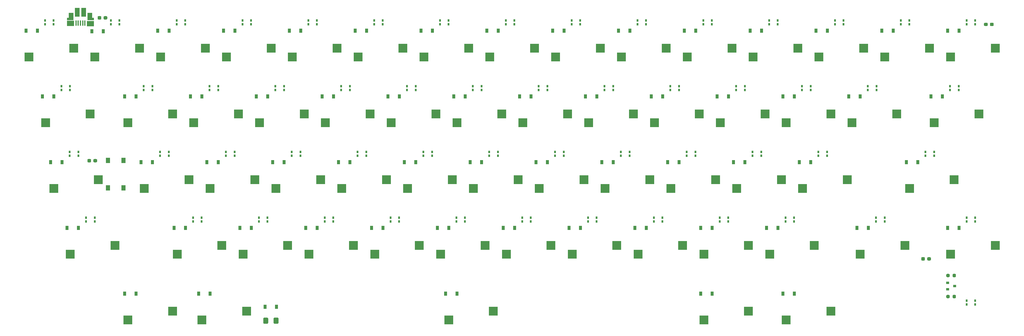
<source format=gbr>
%TF.GenerationSoftware,KiCad,Pcbnew,(5.1.9)-1*%
%TF.CreationDate,2021-10-24T15:32:31+09:00*%
%TF.ProjectId,main2,6d61696e-322e-46b6-9963-61645f706362,2*%
%TF.SameCoordinates,Original*%
%TF.FileFunction,Paste,Bot*%
%TF.FilePolarity,Positive*%
%FSLAX46Y46*%
G04 Gerber Fmt 4.6, Leading zero omitted, Abs format (unit mm)*
G04 Created by KiCad (PCBNEW (5.1.9)-1) date 2021-10-24 15:32:31*
%MOMM*%
%LPD*%
G01*
G04 APERTURE LIST*
%ADD10R,2.550000X2.500000*%
%ADD11R,0.900000X1.200000*%
%ADD12R,1.300000X1.550000*%
%ADD13R,0.900000X0.800000*%
%ADD14R,0.600000X0.700000*%
%ADD15R,1.350000X2.000000*%
%ADD16R,1.825000X0.700000*%
%ADD17R,2.000000X1.500000*%
%ADD18R,0.400000X1.650000*%
%ADD19R,1.430000X2.500000*%
G04 APERTURE END LIST*
D10*
%TO.C,KSW28*%
X324360000Y-130800000D03*
X311433000Y-133340000D03*
%TD*%
%TO.C,KSW59*%
X281497000Y-187950000D03*
X268570000Y-190490000D03*
%TD*%
%TO.C,C4*%
G36*
G01*
X351376000Y-105063500D02*
X351376000Y-104588500D01*
G75*
G02*
X351613500Y-104351000I237500J0D01*
G01*
X352213500Y-104351000D01*
G75*
G02*
X352451000Y-104588500I0J-237500D01*
G01*
X352451000Y-105063500D01*
G75*
G02*
X352213500Y-105301000I-237500J0D01*
G01*
X351613500Y-105301000D01*
G75*
G02*
X351376000Y-105063500I0J237500D01*
G01*
G37*
G36*
G01*
X349651000Y-105063500D02*
X349651000Y-104588500D01*
G75*
G02*
X349888500Y-104351000I237500J0D01*
G01*
X350488500Y-104351000D01*
G75*
G02*
X350726000Y-104588500I0J-237500D01*
G01*
X350726000Y-105063500D01*
G75*
G02*
X350488500Y-105301000I-237500J0D01*
G01*
X349888500Y-105301000D01*
G75*
G02*
X349651000Y-105063500I0J237500D01*
G01*
G37*
%TD*%
%TO.C,C3*%
G36*
G01*
X91915000Y-144560500D02*
X91915000Y-144085500D01*
G75*
G02*
X92152500Y-143848000I237500J0D01*
G01*
X92752500Y-143848000D01*
G75*
G02*
X92990000Y-144085500I0J-237500D01*
G01*
X92990000Y-144560500D01*
G75*
G02*
X92752500Y-144798000I-237500J0D01*
G01*
X92152500Y-144798000D01*
G75*
G02*
X91915000Y-144560500I0J237500D01*
G01*
G37*
G36*
G01*
X90190000Y-144560500D02*
X90190000Y-144085500D01*
G75*
G02*
X90427500Y-143848000I237500J0D01*
G01*
X91027500Y-143848000D01*
G75*
G02*
X91265000Y-144085500I0J-237500D01*
G01*
X91265000Y-144560500D01*
G75*
G02*
X91027500Y-144798000I-237500J0D01*
G01*
X90427500Y-144798000D01*
G75*
G02*
X90190000Y-144560500I0J237500D01*
G01*
G37*
%TD*%
%TO.C,F1*%
G36*
G01*
X142504000Y-190053000D02*
X142504000Y-191303000D01*
G75*
G02*
X142254000Y-191553000I-250000J0D01*
G01*
X141329000Y-191553000D01*
G75*
G02*
X141079000Y-191303000I0J250000D01*
G01*
X141079000Y-190053000D01*
G75*
G02*
X141329000Y-189803000I250000J0D01*
G01*
X142254000Y-189803000D01*
G75*
G02*
X142504000Y-190053000I0J-250000D01*
G01*
G37*
G36*
G01*
X145479000Y-190053000D02*
X145479000Y-191303000D01*
G75*
G02*
X145229000Y-191553000I-250000J0D01*
G01*
X144304000Y-191553000D01*
G75*
G02*
X144054000Y-191303000I0J250000D01*
G01*
X144054000Y-190053000D01*
G75*
G02*
X144304000Y-189803000I250000J0D01*
G01*
X145229000Y-189803000D01*
G75*
G02*
X145479000Y-190053000I0J-250000D01*
G01*
G37*
%TD*%
D11*
%TO.C,DS1*%
X141629000Y-186614000D03*
X144929000Y-186614000D03*
%TD*%
%TO.C,C2*%
G36*
G01*
X94212500Y-102683500D02*
X94212500Y-103158500D01*
G75*
G02*
X93975000Y-103396000I-237500J0D01*
G01*
X93375000Y-103396000D01*
G75*
G02*
X93137500Y-103158500I0J237500D01*
G01*
X93137500Y-102683500D01*
G75*
G02*
X93375000Y-102446000I237500J0D01*
G01*
X93975000Y-102446000D01*
G75*
G02*
X94212500Y-102683500I0J-237500D01*
G01*
G37*
G36*
G01*
X95937500Y-102683500D02*
X95937500Y-103158500D01*
G75*
G02*
X95700000Y-103396000I-237500J0D01*
G01*
X95100000Y-103396000D01*
G75*
G02*
X94862500Y-103158500I0J237500D01*
G01*
X94862500Y-102683500D01*
G75*
G02*
X95100000Y-102446000I237500J0D01*
G01*
X95700000Y-102446000D01*
G75*
G02*
X95937500Y-102683500I0J-237500D01*
G01*
G37*
%TD*%
%TO.C,C1*%
G36*
G01*
X333215000Y-173008500D02*
X333215000Y-172533500D01*
G75*
G02*
X333452500Y-172296000I237500J0D01*
G01*
X334052500Y-172296000D01*
G75*
G02*
X334290000Y-172533500I0J-237500D01*
G01*
X334290000Y-173008500D01*
G75*
G02*
X334052500Y-173246000I-237500J0D01*
G01*
X333452500Y-173246000D01*
G75*
G02*
X333215000Y-173008500I0J237500D01*
G01*
G37*
G36*
G01*
X331490000Y-173008500D02*
X331490000Y-172533500D01*
G75*
G02*
X331727500Y-172296000I237500J0D01*
G01*
X332327500Y-172296000D01*
G75*
G02*
X332565000Y-172533500I0J-237500D01*
G01*
X332565000Y-173008500D01*
G75*
G02*
X332327500Y-173246000I-237500J0D01*
G01*
X331727500Y-173246000D01*
G75*
G02*
X331490000Y-173008500I0J237500D01*
G01*
G37*
%TD*%
D12*
%TO.C,RSW1*%
X96150000Y-144225000D03*
X100650000Y-144225000D03*
X100650000Y-152175000D03*
X96150000Y-152175000D03*
%TD*%
%TO.C,R2*%
G36*
G01*
X340554000Y-183930500D02*
X340554000Y-183455500D01*
G75*
G02*
X340791500Y-183218000I237500J0D01*
G01*
X341291500Y-183218000D01*
G75*
G02*
X341529000Y-183455500I0J-237500D01*
G01*
X341529000Y-183930500D01*
G75*
G02*
X341291500Y-184168000I-237500J0D01*
G01*
X340791500Y-184168000D01*
G75*
G02*
X340554000Y-183930500I0J237500D01*
G01*
G37*
G36*
G01*
X338729000Y-183930500D02*
X338729000Y-183455500D01*
G75*
G02*
X338966500Y-183218000I237500J0D01*
G01*
X339466500Y-183218000D01*
G75*
G02*
X339704000Y-183455500I0J-237500D01*
G01*
X339704000Y-183930500D01*
G75*
G02*
X339466500Y-184168000I-237500J0D01*
G01*
X338966500Y-184168000D01*
G75*
G02*
X338729000Y-183930500I0J237500D01*
G01*
G37*
%TD*%
%TO.C,R1*%
G36*
G01*
X339704000Y-177359500D02*
X339704000Y-177834500D01*
G75*
G02*
X339466500Y-178072000I-237500J0D01*
G01*
X338966500Y-178072000D01*
G75*
G02*
X338729000Y-177834500I0J237500D01*
G01*
X338729000Y-177359500D01*
G75*
G02*
X338966500Y-177122000I237500J0D01*
G01*
X339466500Y-177122000D01*
G75*
G02*
X339704000Y-177359500I0J-237500D01*
G01*
G37*
G36*
G01*
X341529000Y-177359500D02*
X341529000Y-177834500D01*
G75*
G02*
X341291500Y-178072000I-237500J0D01*
G01*
X340791500Y-178072000D01*
G75*
G02*
X340554000Y-177834500I0J237500D01*
G01*
X340554000Y-177359500D01*
G75*
G02*
X340791500Y-177122000I237500J0D01*
G01*
X341291500Y-177122000D01*
G75*
G02*
X341529000Y-177359500I0J-237500D01*
G01*
G37*
%TD*%
D13*
%TO.C,Q1*%
X341129000Y-180645000D03*
X339129000Y-179695000D03*
X339129000Y-181595000D03*
%TD*%
D14*
%TO.C,LED56*%
X344600000Y-103700000D03*
X344600000Y-104800000D03*
X347100000Y-104800000D03*
X347100000Y-103700000D03*
%TD*%
%TO.C,LED55*%
X325550000Y-103700000D03*
X325550000Y-104800000D03*
X328050000Y-104800000D03*
X328050000Y-103700000D03*
%TD*%
%TO.C,LED54*%
X306500000Y-103700000D03*
X306500000Y-104800000D03*
X309000000Y-104800000D03*
X309000000Y-103700000D03*
%TD*%
%TO.C,LED53*%
X287450000Y-103700000D03*
X287450000Y-104800000D03*
X289950000Y-104800000D03*
X289950000Y-103700000D03*
%TD*%
%TO.C,LED52*%
X268400000Y-103700000D03*
X268400000Y-104800000D03*
X270900000Y-104800000D03*
X270900000Y-103700000D03*
%TD*%
%TO.C,LED51*%
X249350000Y-103700000D03*
X249350000Y-104800000D03*
X251850000Y-104800000D03*
X251850000Y-103700000D03*
%TD*%
%TO.C,LED50*%
X230300000Y-103700000D03*
X230300000Y-104800000D03*
X232800000Y-104800000D03*
X232800000Y-103700000D03*
%TD*%
%TO.C,LED49*%
X211250000Y-103700000D03*
X211250000Y-104800000D03*
X213750000Y-104800000D03*
X213750000Y-103700000D03*
%TD*%
%TO.C,LED48*%
X192200000Y-103700000D03*
X192200000Y-104800000D03*
X194700000Y-104800000D03*
X194700000Y-103700000D03*
%TD*%
%TO.C,LED47*%
X173150000Y-103700000D03*
X173150000Y-104800000D03*
X175650000Y-104800000D03*
X175650000Y-103700000D03*
%TD*%
%TO.C,LED46*%
X154100000Y-103700000D03*
X154100000Y-104800000D03*
X156600000Y-104800000D03*
X156600000Y-103700000D03*
%TD*%
%TO.C,LED45*%
X135050000Y-103700000D03*
X135050000Y-104800000D03*
X137550000Y-104800000D03*
X137550000Y-103700000D03*
%TD*%
%TO.C,LED44*%
X116000000Y-103700000D03*
X116000000Y-104800000D03*
X118500000Y-104800000D03*
X118500000Y-103700000D03*
%TD*%
%TO.C,LED43*%
X96950000Y-103700000D03*
X96950000Y-104800000D03*
X99450000Y-104800000D03*
X99450000Y-103700000D03*
%TD*%
%TO.C,LED42*%
X77900000Y-103700000D03*
X77900000Y-104800000D03*
X80400000Y-104800000D03*
X80400000Y-103700000D03*
%TD*%
%TO.C,LED41*%
X85162500Y-123850000D03*
X85162500Y-122750000D03*
X82662500Y-122750000D03*
X82662500Y-123850000D03*
%TD*%
%TO.C,LED40*%
X108975000Y-123850000D03*
X108975000Y-122750000D03*
X106475000Y-122750000D03*
X106475000Y-123850000D03*
%TD*%
%TO.C,LED39*%
X128025000Y-123850000D03*
X128025000Y-122750000D03*
X125525000Y-122750000D03*
X125525000Y-123850000D03*
%TD*%
%TO.C,LED38*%
X147075000Y-123850000D03*
X147075000Y-122750000D03*
X144575000Y-122750000D03*
X144575000Y-123850000D03*
%TD*%
%TO.C,LED37*%
X166125000Y-123850000D03*
X166125000Y-122750000D03*
X163625000Y-122750000D03*
X163625000Y-123850000D03*
%TD*%
%TO.C,LED36*%
X185175000Y-123850000D03*
X185175000Y-122750000D03*
X182675000Y-122750000D03*
X182675000Y-123850000D03*
%TD*%
%TO.C,LED35*%
X204225000Y-123850000D03*
X204225000Y-122750000D03*
X201725000Y-122750000D03*
X201725000Y-123850000D03*
%TD*%
%TO.C,LED34*%
X223275000Y-123850000D03*
X223275000Y-122750000D03*
X220775000Y-122750000D03*
X220775000Y-123850000D03*
%TD*%
%TO.C,LED33*%
X242325000Y-123850000D03*
X242325000Y-122750000D03*
X239825000Y-122750000D03*
X239825000Y-123850000D03*
%TD*%
%TO.C,LED32*%
X261375000Y-123850000D03*
X261375000Y-122750000D03*
X258875000Y-122750000D03*
X258875000Y-123850000D03*
%TD*%
%TO.C,LED31*%
X280425000Y-123850000D03*
X280425000Y-122750000D03*
X277925000Y-122750000D03*
X277925000Y-123850000D03*
%TD*%
%TO.C,LED30*%
X299475000Y-123850000D03*
X299475000Y-122750000D03*
X296975000Y-122750000D03*
X296975000Y-123850000D03*
%TD*%
%TO.C,LED29*%
X318525000Y-123850000D03*
X318525000Y-122750000D03*
X316025000Y-122750000D03*
X316025000Y-123850000D03*
%TD*%
%TO.C,LED28*%
X342338000Y-123850000D03*
X342338000Y-122750000D03*
X339838000Y-122750000D03*
X339838000Y-123850000D03*
%TD*%
%TO.C,LED27*%
X332694000Y-141800000D03*
X332694000Y-142900000D03*
X335194000Y-142900000D03*
X335194000Y-141800000D03*
%TD*%
%TO.C,LED26*%
X301738000Y-141800000D03*
X301738000Y-142900000D03*
X304238000Y-142900000D03*
X304238000Y-141800000D03*
%TD*%
%TO.C,LED25*%
X282688000Y-141800000D03*
X282688000Y-142900000D03*
X285188000Y-142900000D03*
X285188000Y-141800000D03*
%TD*%
%TO.C,LED24*%
X263638000Y-141800000D03*
X263638000Y-142900000D03*
X266138000Y-142900000D03*
X266138000Y-141800000D03*
%TD*%
%TO.C,LED23*%
X244588000Y-141800000D03*
X244588000Y-142900000D03*
X247088000Y-142900000D03*
X247088000Y-141800000D03*
%TD*%
%TO.C,LED22*%
X225538000Y-141800000D03*
X225538000Y-142900000D03*
X228038000Y-142900000D03*
X228038000Y-141800000D03*
%TD*%
%TO.C,LED21*%
X206488000Y-141800000D03*
X206488000Y-142900000D03*
X208988000Y-142900000D03*
X208988000Y-141800000D03*
%TD*%
%TO.C,LED20*%
X187438000Y-141800000D03*
X187438000Y-142900000D03*
X189938000Y-142900000D03*
X189938000Y-141800000D03*
%TD*%
%TO.C,LED19*%
X168388000Y-141800000D03*
X168388000Y-142900000D03*
X170888000Y-142900000D03*
X170888000Y-141800000D03*
%TD*%
%TO.C,LED18*%
X149338000Y-141800000D03*
X149338000Y-142900000D03*
X151838000Y-142900000D03*
X151838000Y-141800000D03*
%TD*%
%TO.C,LED17*%
X130288000Y-141800000D03*
X130288000Y-142900000D03*
X132788000Y-142900000D03*
X132788000Y-141800000D03*
%TD*%
%TO.C,LED16*%
X111238000Y-141800000D03*
X111238000Y-142900000D03*
X113738000Y-142900000D03*
X113738000Y-141800000D03*
%TD*%
%TO.C,LED15*%
X85043800Y-141800000D03*
X85043800Y-142900000D03*
X87543800Y-142900000D03*
X87543800Y-141800000D03*
%TD*%
%TO.C,LED14*%
X92306200Y-161950000D03*
X92306200Y-160850000D03*
X89806200Y-160850000D03*
X89806200Y-161950000D03*
%TD*%
%TO.C,LED13*%
X123262000Y-161950000D03*
X123262000Y-160850000D03*
X120762000Y-160850000D03*
X120762000Y-161950000D03*
%TD*%
%TO.C,LED12*%
X142312000Y-161950000D03*
X142312000Y-160850000D03*
X139812000Y-160850000D03*
X139812000Y-161950000D03*
%TD*%
%TO.C,LED11*%
X161362000Y-161950000D03*
X161362000Y-160850000D03*
X158862000Y-160850000D03*
X158862000Y-161950000D03*
%TD*%
%TO.C,LED10*%
X180412000Y-161950000D03*
X180412000Y-160850000D03*
X177912000Y-160850000D03*
X177912000Y-161950000D03*
%TD*%
%TO.C,LED9*%
X199462000Y-161950000D03*
X199462000Y-160850000D03*
X196962000Y-160850000D03*
X196962000Y-161950000D03*
%TD*%
%TO.C,LED8*%
X218512000Y-161950000D03*
X218512000Y-160850000D03*
X216012000Y-160850000D03*
X216012000Y-161950000D03*
%TD*%
%TO.C,LED7*%
X237562000Y-161950000D03*
X237562000Y-160850000D03*
X235062000Y-160850000D03*
X235062000Y-161950000D03*
%TD*%
%TO.C,LED6*%
X256612000Y-161950000D03*
X256612000Y-160850000D03*
X254112000Y-160850000D03*
X254112000Y-161950000D03*
%TD*%
%TO.C,LED5*%
X275662000Y-161950000D03*
X275662000Y-160850000D03*
X273162000Y-160850000D03*
X273162000Y-161950000D03*
%TD*%
%TO.C,LED4*%
X294712000Y-161950000D03*
X294712000Y-160850000D03*
X292212000Y-160850000D03*
X292212000Y-161950000D03*
%TD*%
%TO.C,LED3*%
X320906000Y-161950000D03*
X320906000Y-160850000D03*
X318406000Y-160850000D03*
X318406000Y-161950000D03*
%TD*%
%TO.C,LED2*%
X347100000Y-161950000D03*
X347100000Y-160850000D03*
X344600000Y-160850000D03*
X344600000Y-161950000D03*
%TD*%
%TO.C,LED1*%
X344601000Y-184860000D03*
X344601000Y-185960000D03*
X347101000Y-185960000D03*
X347101000Y-184860000D03*
%TD*%
D10*
%TO.C,KSW60*%
X305310000Y-187950000D03*
X292383000Y-190490000D03*
%TD*%
%TO.C,KSW58*%
X207679000Y-187950000D03*
X194752000Y-190490000D03*
%TD*%
%TO.C,KSW57*%
X136241000Y-187950000D03*
X123314000Y-190490000D03*
%TD*%
%TO.C,KSW56*%
X114810000Y-187950000D03*
X101883000Y-190490000D03*
%TD*%
%TO.C,KSW55*%
X352935000Y-168900000D03*
X340008000Y-171440000D03*
%TD*%
%TO.C,KSW54*%
X326741000Y-168900000D03*
X313814000Y-171440000D03*
%TD*%
%TO.C,KSW53*%
X300547000Y-168900000D03*
X287620000Y-171440000D03*
%TD*%
%TO.C,KSW52*%
X281497000Y-168900000D03*
X268570000Y-171440000D03*
%TD*%
%TO.C,KSW51*%
X262447000Y-168900000D03*
X249520000Y-171440000D03*
%TD*%
%TO.C,KSW50*%
X243397000Y-168900000D03*
X230470000Y-171440000D03*
%TD*%
%TO.C,KSW49*%
X224347000Y-168900000D03*
X211420000Y-171440000D03*
%TD*%
%TO.C,KSW48*%
X205297000Y-168900000D03*
X192370000Y-171440000D03*
%TD*%
%TO.C,KSW47*%
X186247000Y-168900000D03*
X173320000Y-171440000D03*
%TD*%
%TO.C,KSW46*%
X167197000Y-168900000D03*
X154270000Y-171440000D03*
%TD*%
%TO.C,KSW45*%
X148147000Y-168900000D03*
X135220000Y-171440000D03*
%TD*%
%TO.C,KSW44*%
X129097000Y-168900000D03*
X116170000Y-171440000D03*
%TD*%
%TO.C,KSW43*%
X98141200Y-168900000D03*
X85214200Y-171440000D03*
%TD*%
%TO.C,KSW42*%
X341029000Y-149850000D03*
X328102000Y-152390000D03*
%TD*%
%TO.C,KSW41*%
X310073000Y-149850000D03*
X297146000Y-152390000D03*
%TD*%
%TO.C,KSW40*%
X291023000Y-149850000D03*
X278096000Y-152390000D03*
%TD*%
%TO.C,KSW39*%
X271973000Y-149850000D03*
X259046000Y-152390000D03*
%TD*%
%TO.C,KSW38*%
X252923000Y-149850000D03*
X239996000Y-152390000D03*
%TD*%
%TO.C,KSW37*%
X233873000Y-149850000D03*
X220946000Y-152390000D03*
%TD*%
%TO.C,KSW36*%
X214823000Y-149850000D03*
X201896000Y-152390000D03*
%TD*%
%TO.C,KSW35*%
X195773000Y-149850000D03*
X182846000Y-152390000D03*
%TD*%
%TO.C,KSW34*%
X176723000Y-149850000D03*
X163796000Y-152390000D03*
%TD*%
%TO.C,KSW33*%
X157673000Y-149850000D03*
X144746000Y-152390000D03*
%TD*%
%TO.C,KSW32*%
X138623000Y-149850000D03*
X125696000Y-152390000D03*
%TD*%
%TO.C,KSW31*%
X119573000Y-149850000D03*
X106646000Y-152390000D03*
%TD*%
%TO.C,KSW30*%
X93378800Y-149850000D03*
X80451800Y-152390000D03*
%TD*%
%TO.C,KSW29*%
X348173000Y-130800000D03*
X335246000Y-133340000D03*
%TD*%
%TO.C,KSW27*%
X305310000Y-130800000D03*
X292383000Y-133340000D03*
%TD*%
%TO.C,KSW26*%
X286260000Y-130800000D03*
X273333000Y-133340000D03*
%TD*%
%TO.C,KSW25*%
X267210000Y-130800000D03*
X254283000Y-133340000D03*
%TD*%
%TO.C,KSW24*%
X248160000Y-130800000D03*
X235233000Y-133340000D03*
%TD*%
%TO.C,KSW23*%
X229110000Y-130800000D03*
X216183000Y-133340000D03*
%TD*%
%TO.C,KSW22*%
X210060000Y-130800000D03*
X197133000Y-133340000D03*
%TD*%
%TO.C,KSW21*%
X191010000Y-130800000D03*
X178083000Y-133340000D03*
%TD*%
%TO.C,KSW20*%
X171960000Y-130800000D03*
X159033000Y-133340000D03*
%TD*%
%TO.C,KSW19*%
X152910000Y-130800000D03*
X139983000Y-133340000D03*
%TD*%
%TO.C,KSW18*%
X133860000Y-130800000D03*
X120933000Y-133340000D03*
%TD*%
%TO.C,KSW17*%
X114810000Y-130800000D03*
X101883000Y-133340000D03*
%TD*%
%TO.C,KSW16*%
X90997500Y-130800000D03*
X78070500Y-133340000D03*
%TD*%
%TO.C,KSW15*%
X352935000Y-111750000D03*
X340008000Y-114290000D03*
%TD*%
%TO.C,KSW14*%
X333885000Y-111750000D03*
X320958000Y-114290000D03*
%TD*%
%TO.C,KSW13*%
X314835000Y-111750000D03*
X301908000Y-114290000D03*
%TD*%
%TO.C,KSW12*%
X295785000Y-111750000D03*
X282858000Y-114290000D03*
%TD*%
%TO.C,KSW11*%
X276735000Y-111750000D03*
X263808000Y-114290000D03*
%TD*%
%TO.C,KSW10*%
X257685000Y-111750000D03*
X244758000Y-114290000D03*
%TD*%
%TO.C,KSW9*%
X238635000Y-111750000D03*
X225708000Y-114290000D03*
%TD*%
%TO.C,KSW8*%
X219585000Y-111750000D03*
X206658000Y-114290000D03*
%TD*%
%TO.C,KSW7*%
X200535000Y-111750000D03*
X187608000Y-114290000D03*
%TD*%
%TO.C,KSW6*%
X181485000Y-111750000D03*
X168558000Y-114290000D03*
%TD*%
%TO.C,KSW5*%
X162435000Y-111750000D03*
X149508000Y-114290000D03*
%TD*%
%TO.C,KSW4*%
X143385000Y-111750000D03*
X130458000Y-114290000D03*
%TD*%
%TO.C,KSW3*%
X124335000Y-111750000D03*
X111408000Y-114290000D03*
%TD*%
%TO.C,KSW2*%
X105285000Y-111750000D03*
X92358000Y-114290000D03*
%TD*%
%TO.C,KSW1*%
X86235000Y-111750000D03*
X73308000Y-114290000D03*
%TD*%
D15*
%TO.C,J1*%
X90925000Y-102515000D03*
X85445000Y-102515000D03*
D16*
X85225000Y-103265000D03*
X91175000Y-103265000D03*
D17*
X85325000Y-104565000D03*
X91075000Y-104585000D03*
D18*
X86875000Y-104465000D03*
X87525000Y-104465000D03*
X88175000Y-104465000D03*
X88825000Y-104465000D03*
X89475000Y-104465000D03*
D19*
X87215000Y-101315000D03*
X89135000Y-101315000D03*
%TD*%
D11*
%TO.C,D60*%
X291475000Y-182810000D03*
X294775000Y-182810000D03*
%TD*%
%TO.C,D59*%
X267662000Y-182810000D03*
X270962000Y-182810000D03*
%TD*%
%TO.C,D58*%
X193844000Y-182810000D03*
X197144000Y-182810000D03*
%TD*%
%TO.C,D57*%
X122406000Y-182810000D03*
X125706000Y-182810000D03*
%TD*%
%TO.C,D56*%
X100975000Y-182810000D03*
X104275000Y-182810000D03*
%TD*%
%TO.C,D55*%
X339100000Y-163760000D03*
X342400000Y-163760000D03*
%TD*%
%TO.C,D54*%
X312906000Y-163760000D03*
X316206000Y-163760000D03*
%TD*%
%TO.C,D53*%
X286712000Y-163760000D03*
X290012000Y-163760000D03*
%TD*%
%TO.C,D52*%
X267662000Y-163760000D03*
X270962000Y-163760000D03*
%TD*%
%TO.C,D51*%
X248612000Y-163760000D03*
X251912000Y-163760000D03*
%TD*%
%TO.C,D50*%
X229562000Y-163760000D03*
X232862000Y-163760000D03*
%TD*%
%TO.C,D49*%
X210512000Y-163760000D03*
X213812000Y-163760000D03*
%TD*%
%TO.C,D48*%
X191462000Y-163760000D03*
X194762000Y-163760000D03*
%TD*%
%TO.C,D47*%
X172412000Y-163760000D03*
X175712000Y-163760000D03*
%TD*%
%TO.C,D46*%
X153362000Y-163760000D03*
X156662000Y-163760000D03*
%TD*%
%TO.C,D45*%
X134312000Y-163760000D03*
X137612000Y-163760000D03*
%TD*%
%TO.C,D44*%
X115262000Y-163760000D03*
X118562000Y-163760000D03*
%TD*%
%TO.C,D43*%
X84306200Y-163760000D03*
X87606200Y-163760000D03*
%TD*%
%TO.C,D42*%
X327194000Y-144710000D03*
X330494000Y-144710000D03*
%TD*%
%TO.C,D41*%
X296238000Y-144710000D03*
X299538000Y-144710000D03*
%TD*%
%TO.C,D40*%
X277188000Y-144710000D03*
X280488000Y-144710000D03*
%TD*%
%TO.C,D39*%
X258138000Y-144710000D03*
X261438000Y-144710000D03*
%TD*%
%TO.C,D38*%
X239088000Y-144710000D03*
X242388000Y-144710000D03*
%TD*%
%TO.C,D37*%
X220038000Y-144710000D03*
X223338000Y-144710000D03*
%TD*%
%TO.C,D36*%
X200988000Y-144710000D03*
X204288000Y-144710000D03*
%TD*%
%TO.C,D35*%
X181938000Y-144710000D03*
X185238000Y-144710000D03*
%TD*%
%TO.C,D34*%
X162888000Y-144710000D03*
X166188000Y-144710000D03*
%TD*%
%TO.C,D33*%
X143838000Y-144710000D03*
X147138000Y-144710000D03*
%TD*%
%TO.C,D32*%
X124788000Y-144710000D03*
X128088000Y-144710000D03*
%TD*%
%TO.C,D31*%
X105738000Y-144710000D03*
X109038000Y-144710000D03*
%TD*%
%TO.C,D30*%
X79543800Y-144710000D03*
X82843800Y-144710000D03*
%TD*%
%TO.C,D29*%
X334338000Y-125660000D03*
X337638000Y-125660000D03*
%TD*%
%TO.C,D28*%
X310525000Y-125660000D03*
X313825000Y-125660000D03*
%TD*%
%TO.C,D27*%
X291475000Y-125660000D03*
X294775000Y-125660000D03*
%TD*%
%TO.C,D26*%
X272425000Y-125660000D03*
X275725000Y-125660000D03*
%TD*%
%TO.C,D25*%
X253375000Y-125660000D03*
X256675000Y-125660000D03*
%TD*%
%TO.C,D24*%
X234325000Y-125660000D03*
X237625000Y-125660000D03*
%TD*%
%TO.C,D23*%
X215275000Y-125660000D03*
X218575000Y-125660000D03*
%TD*%
%TO.C,D22*%
X196225000Y-125660000D03*
X199525000Y-125660000D03*
%TD*%
%TO.C,D21*%
X177175000Y-125660000D03*
X180475000Y-125660000D03*
%TD*%
%TO.C,D20*%
X158125000Y-125660000D03*
X161425000Y-125660000D03*
%TD*%
%TO.C,D19*%
X139075000Y-125660000D03*
X142375000Y-125660000D03*
%TD*%
%TO.C,D18*%
X120025000Y-125660000D03*
X123325000Y-125660000D03*
%TD*%
%TO.C,D17*%
X100975000Y-125660000D03*
X104275000Y-125660000D03*
%TD*%
%TO.C,D16*%
X77162500Y-125660000D03*
X80462500Y-125660000D03*
%TD*%
%TO.C,D15*%
X339100000Y-106610000D03*
X342400000Y-106610000D03*
%TD*%
%TO.C,D14*%
X320050000Y-106610000D03*
X323350000Y-106610000D03*
%TD*%
%TO.C,D13*%
X301000000Y-106610000D03*
X304300000Y-106610000D03*
%TD*%
%TO.C,D12*%
X281950000Y-106610000D03*
X285250000Y-106610000D03*
%TD*%
%TO.C,D11*%
X262900000Y-106610000D03*
X266200000Y-106610000D03*
%TD*%
%TO.C,D10*%
X243850000Y-106610000D03*
X247150000Y-106610000D03*
%TD*%
%TO.C,D9*%
X224800000Y-106610000D03*
X228100000Y-106610000D03*
%TD*%
%TO.C,D8*%
X205750000Y-106610000D03*
X209050000Y-106610000D03*
%TD*%
%TO.C,D7*%
X186700000Y-106610000D03*
X190000000Y-106610000D03*
%TD*%
%TO.C,D6*%
X167650000Y-106610000D03*
X170950000Y-106610000D03*
%TD*%
%TO.C,D5*%
X148600000Y-106610000D03*
X151900000Y-106610000D03*
%TD*%
%TO.C,D4*%
X129550000Y-106610000D03*
X132850000Y-106610000D03*
%TD*%
%TO.C,D3*%
X110500000Y-106610000D03*
X113800000Y-106610000D03*
%TD*%
%TO.C,D2*%
X91450000Y-106797000D03*
X94750000Y-106797000D03*
%TD*%
%TO.C,D1*%
X72400000Y-106610000D03*
X75700000Y-106610000D03*
%TD*%
M02*

</source>
